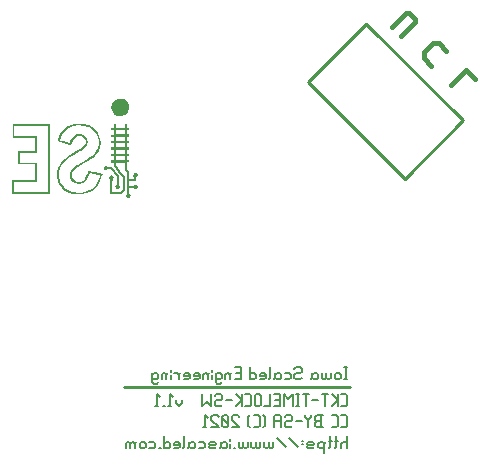
<source format=gbr>
G04 start of page 10 for group -4078 idx -4078 *
G04 Title: (unknown), bottomsilk *
G04 Creator: pcb 4.0.2 *
G04 CreationDate: Thu Apr 29 14:29:46 2021 UTC *
G04 For: petersen *
G04 Format: Gerber/RS-274X *
G04 PCB-Dimensions (mil): 2500.00 2500.00 *
G04 PCB-Coordinate-Origin: lower left *
%MOIN*%
%FSLAX25Y25*%
%LNBOTTOMSILK*%
%ADD63C,0.0070*%
%ADD62C,0.0100*%
%ADD61C,0.0150*%
%ADD60C,0.0001*%
G54D60*G36*
X85286Y138613D02*Y138548D01*
X85026Y138537D01*
X84760Y138597D01*
X84413Y138977D01*
X84380Y139492D01*
X84510Y139725D01*
X84689Y139894D01*
X84755Y139926D01*
Y146757D01*
X83843Y147907D01*
Y150245D01*
X81027D01*
Y149307D01*
X82433Y147527D01*
X83843Y145748D01*
Y141174D01*
X82487Y139818D01*
X79096D01*
Y144706D01*
X78998Y144776D01*
X78700Y145286D01*
X78857Y145851D01*
X79459Y146122D01*
X80035Y145813D01*
X80170Y145297D01*
X79926Y144831D01*
X79801Y144738D01*
X79796Y144576D01*
X79790Y144120D01*
Y143447D01*
X79785Y142623D01*
Y140501D01*
X82205D01*
X83181Y141478D01*
Y145487D01*
X81760Y147272D01*
X80344Y149062D01*
Y149654D01*
X80338Y150240D01*
X79427D01*
Y151026D01*
X80338D01*
Y152399D01*
X79427D01*
Y153159D01*
X80338D01*
Y154553D01*
X79427D01*
Y155312D01*
X80338D01*
Y156685D01*
X79427D01*
Y157445D01*
X80338D01*
Y158839D01*
X79427D01*
Y159598D01*
X80338D01*
Y160998D01*
X79427D01*
Y161758D01*
X80338D01*
Y163000D01*
X81027D01*
Y161758D01*
X83843D01*
Y163000D01*
X84500D01*
Y161758D01*
X85411D01*
Y160998D01*
X84510D01*
X83827Y161052D01*
X81038D01*
X81033Y160363D01*
X81022Y159669D01*
X82422D01*
X83105Y159674D01*
X83539Y159680D01*
X83762Y159691D01*
X83827Y159701D01*
X83838Y159919D01*
X83832Y160396D01*
X83827Y161052D01*
X84510Y160998D01*
Y159626D01*
X85411D01*
Y158866D01*
X84500D01*
X83843Y158909D01*
X81022D01*
X81033Y158220D01*
Y158204D01*
X81038Y157515D01*
X82422D01*
X83409Y157521D01*
X83821Y157531D01*
X83838Y157748D01*
X83843Y158231D01*
Y158909D01*
X84500Y158866D01*
X84510Y157488D01*
X85411D01*
Y156728D01*
X84500D01*
Y155356D01*
X83843Y155383D01*
Y156756D01*
X81027D01*
Y155383D01*
X83843D01*
X84500Y155356D01*
X85411D01*
Y154596D01*
X84510D01*
X83827Y154623D01*
X81027D01*
Y153240D01*
X82422D01*
X83105Y153245D01*
X83539Y153251D01*
X83762Y153262D01*
X83827Y153272D01*
X83838Y153490D01*
X83832Y153961D01*
X83827Y154623D01*
X84510Y154596D01*
Y153229D01*
X85411D01*
Y152470D01*
X84500D01*
Y151097D01*
X83843D01*
Y152470D01*
X81027D01*
Y151097D01*
X85411D01*
Y150310D01*
X84500D01*
Y148243D01*
X84972Y147652D01*
X85438Y147060D01*
Y144755D01*
X87087D01*
Y145531D01*
X86990Y145601D01*
X86751Y145910D01*
X86697Y146285D01*
X86816Y146605D01*
X87039Y146827D01*
X87332Y146930D01*
X87668Y146898D01*
X87956Y146719D01*
X88140Y146431D01*
X88151Y145997D01*
X88042Y145780D01*
X87874Y145601D01*
X87776Y145531D01*
X87771Y144804D01*
Y144071D01*
X85438D01*
Y142574D01*
X86105Y142579D01*
X86773D01*
X86838Y142677D01*
X87147Y142916D01*
X87527Y142970D01*
X87842Y142850D01*
X88059Y142628D01*
X88167Y142335D01*
X88140Y142004D01*
X87956Y141711D01*
X87657Y141521D01*
X87229D01*
X86876Y141744D01*
X86784Y141868D01*
X86588Y141885D01*
X86111Y141890D01*
X85438D01*
Y140008D01*
X85568Y139894D01*
X85764Y139644D01*
X85818Y139329D01*
X85682Y138884D01*
X85286Y138613D01*
G37*
G36*
X69444Y139633D02*Y139639D01*
X68072Y139644D01*
X66694Y139818D01*
X65229Y140263D01*
X63959Y140941D01*
X62917Y141852D01*
X62120Y142970D01*
X61610Y144234D01*
X61355Y145634D01*
X61361Y147066D01*
X61637Y148438D01*
X62125Y149578D01*
X62852Y150630D01*
X63818Y151618D01*
X65044Y152546D01*
X65522Y152855D01*
X66081Y153186D01*
X66764Y153571D01*
X67632Y154043D01*
X68403Y154466D01*
X68978Y154792D01*
X69417Y155068D01*
X69770Y155312D01*
X70497Y155980D01*
X70844Y156631D01*
X70882Y157043D01*
X70844Y157526D01*
X70660Y158123D01*
X70323Y158584D01*
X69466Y159056D01*
X68815Y159105D01*
X68180Y159040D01*
X67231Y158508D01*
X66471Y157439D01*
X66211Y156864D01*
X65983Y156262D01*
X65907Y156061D01*
X65728Y156105D01*
X65250Y156235D01*
X64545Y156436D01*
X63682Y156680D01*
X61480Y157320D01*
X61540Y157575D01*
X62033Y159078D01*
X62760Y160380D01*
X63699Y161465D01*
X64838Y162311D01*
X65977Y162837D01*
X67252Y163163D01*
X68636Y163288D01*
X70095Y163206D01*
X71967Y162767D01*
X73497Y161942D01*
X74658Y160759D01*
X75418Y159235D01*
X75711Y158036D01*
X75803Y156750D01*
X75673Y155437D01*
X75255Y154254D01*
X74718Y153370D01*
X73969Y152529D01*
X73312Y151949D01*
X72537Y151384D01*
X71522Y150755D01*
X70144Y149979D01*
X69450Y149600D01*
X68934Y149307D01*
X68527Y149062D01*
X68164Y148829D01*
X66905Y147782D01*
X66308Y146713D01*
X65706Y146887D01*
X66390Y148151D01*
X67822Y149361D01*
X68196Y149600D01*
X68620Y149855D01*
X69162Y150164D01*
X69889Y150565D01*
X70974Y151173D01*
X71777Y151650D01*
X72407Y152063D01*
X72949Y152470D01*
X73812Y153262D01*
X74452Y154103D01*
X74891Y155009D01*
X75130Y155991D01*
X75168Y156701D01*
X75141Y157477D01*
X74940Y158627D01*
X74571Y159653D01*
X74029Y160537D01*
X73329Y161264D01*
X71929Y162100D01*
X70182Y162561D01*
X68261Y162647D01*
X66504Y162344D01*
X65250Y161817D01*
X64176Y161042D01*
X63286Y160038D01*
X62608Y158823D01*
X62489Y158508D01*
X62364Y158166D01*
X62277Y157889D01*
X62250Y157765D01*
X62391Y157721D01*
X62749Y157618D01*
X63248Y157466D01*
X63824Y157298D01*
X64410Y157130D01*
X64920Y156978D01*
X65299Y156875D01*
X65462Y156826D01*
X65522Y156870D01*
X65608Y157070D01*
X66102Y158090D01*
X66677Y158855D01*
X67345Y159381D01*
X68115Y159674D01*
X68690Y159740D01*
X69271Y159723D01*
X70226Y159441D01*
X70931Y158877D01*
X71365Y158063D01*
X71511Y157021D01*
X71343Y156153D01*
X70795Y155367D01*
X70366Y154965D01*
X69813Y154564D01*
X69021Y154086D01*
X67876Y153451D01*
X66384Y152621D01*
X65310Y151960D01*
X64502Y151363D01*
X63802Y150717D01*
X63118Y149936D01*
X62597Y149117D01*
X62239Y148227D01*
X62012Y147240D01*
X61963Y146306D01*
X62012Y145351D01*
X62169Y144565D01*
X62397Y143870D01*
X62863Y142964D01*
X63466Y142183D01*
X64220Y141527D01*
X65120Y140995D01*
X66281Y140561D01*
X67611Y140306D01*
X68034Y140273D01*
X68582Y140257D01*
X69130D01*
X69526Y140268D01*
X71397Y140686D01*
X72971Y141554D01*
X74257Y142883D01*
X75255Y144662D01*
X75380Y144988D01*
X75526Y145395D01*
X75651Y145764D01*
X75700Y145948D01*
Y145981D01*
X75537Y146030D01*
X75000Y146149D01*
X73850Y146393D01*
X73220Y146529D01*
X72694Y146643D01*
X72336Y146719D01*
X72184Y146746D01*
X72135Y146730D01*
X72086Y146561D01*
X71940Y146057D01*
X71739Y145531D01*
X70947Y144288D01*
X69878Y143463D01*
X68549Y143160D01*
X67513Y143328D01*
X66656Y143789D01*
X66026Y144521D01*
X65668Y145471D01*
X65706Y146887D01*
X66308Y146713D01*
X66254Y146116D01*
X66308Y145487D01*
X66867Y144451D01*
X67887Y143865D01*
X68142Y143822D01*
X68533Y143805D01*
X68929Y143822D01*
X69167Y143865D01*
X69938Y144228D01*
X70584Y144836D01*
X71099Y145661D01*
X71462Y146686D01*
X71544Y147022D01*
X71593Y147272D01*
X71647Y147484D01*
X71848Y147451D01*
X72374Y147348D01*
X73150Y147185D01*
X74083Y146985D01*
X76503Y146469D01*
X76405Y146100D01*
X75759Y144245D01*
X74897Y142682D01*
X73953Y141575D01*
X72846Y140697D01*
X71262Y139975D01*
X69444Y139633D01*
G37*
G36*
X58859Y151439D02*Y139926D01*
X46175D01*
Y144364D01*
X53939D01*
X53933Y146995D01*
X53922Y149627D01*
X48258D01*
Y154037D01*
X53939D01*
Y158557D01*
X46479D01*
Y162968D01*
X58859D01*
Y151439D01*
X58219Y151444D01*
X58208Y162344D01*
X47113D01*
Y159175D01*
X54573D01*
Y153392D01*
X48888D01*
Y150223D01*
X54573D01*
Y143702D01*
X46799D01*
Y140545D01*
X58225D01*
X58219Y151444D01*
X58859Y151439D01*
G37*
G36*
X81722Y141527D02*Y141521D01*
X81179Y141554D01*
X80794Y141928D01*
X80762Y142427D01*
X81022Y142823D01*
X81125Y142894D01*
Y145791D01*
X80214Y146947D01*
X79297Y148102D01*
X78309D01*
X78184Y147966D01*
X77626Y147717D01*
X77240Y147831D01*
X76964Y148118D01*
X76899Y148390D01*
X76915Y148672D01*
X77051Y148916D01*
X77273Y149106D01*
X77425Y149176D01*
X77626Y149182D01*
X77832Y149171D01*
X77984Y149106D01*
X78212Y148911D01*
X78298Y148791D01*
X79628D01*
X80718Y147408D01*
X81814Y146030D01*
Y144456D01*
X81819Y143344D01*
X81830Y142883D01*
X81961Y142791D01*
X82188Y142438D01*
X82183Y142004D01*
X82004Y141716D01*
X81722Y141527D01*
G37*
G36*
X82888Y165686D02*X82449Y165664D01*
X81998Y165686D01*
X81347Y165859D01*
X80745Y166179D01*
X80230Y166624D01*
X79823Y167172D01*
X79557Y167845D01*
X79449Y168572D01*
X79519Y169299D01*
X79752Y169983D01*
X80176Y170601D01*
X80729Y171106D01*
X81673Y171533D01*
X82682Y171620D01*
X83653Y171377D01*
X84500Y170802D01*
X85020Y170151D01*
X85330Y169386D01*
X85411Y168767D01*
X85373Y168127D01*
X85086Y167264D01*
X84538Y166532D01*
X83773Y165973D01*
X82888Y165686D01*
G37*
G54D61*X192500Y176000D02*X197500Y181000D01*
X200500Y178000D01*
X173000Y195500D02*X177500Y200000D01*
X178500D02*X180500Y198000D01*
Y197000D02*X176000Y192500D01*
X178500Y200000D02*X177500D01*
X180500Y198000D02*Y197000D01*
G54D62*X159000Y75500D02*X83500D01*
G54D61*X186000Y182500D02*X183500Y185000D01*
Y187000D02*X186500Y190000D01*
X188500D02*X191000Y187500D01*
X183500Y185000D02*Y187000D01*
X186500Y190000D02*X188500D01*
G54D63*X156000Y69000D02*X157500D01*
X158000Y69500D02*X157500Y69000D01*
X158000Y69500D02*Y72500D01*
X157500Y73000D01*
X156000D02*X157500D01*
X154800Y69000D02*Y73000D01*
Y71000D02*X152800Y73000D01*
X154800Y71000D02*X152800Y69000D01*
X149600Y73000D02*X151600D01*
X150600Y69000D02*Y73000D01*
X146400Y71000D02*X148400D01*
X143200Y73000D02*X145200D01*
X144200Y69000D02*Y73000D01*
X141000D02*X142000D01*
X141500Y69000D02*Y73000D01*
X141000Y69000D02*X142000D01*
X139800D02*Y73000D01*
X138300Y71500D01*
X136800Y73000D01*
Y69000D02*Y73000D01*
X134100Y71000D02*X135600D01*
X133600Y69000D02*X135600D01*
Y73000D01*
X133600D02*X135600D01*
X132400Y69000D02*Y73000D01*
X130400Y69000D02*X132400D01*
X129200Y69500D02*Y72500D01*
X128700Y73000D01*
X127700D02*X128700D01*
X127700D02*X127200Y72500D01*
Y69500D02*Y72500D01*
X127700Y69000D02*X127200Y69500D01*
X127700Y69000D02*X128700D01*
X129200Y69500D02*X128700Y69000D01*
X124000D02*X125500D01*
X126000Y69500D02*X125500Y69000D01*
X126000Y69500D02*Y72500D01*
X125500Y73000D01*
X124000D02*X125500D01*
X122800Y69000D02*Y73000D01*
Y71000D02*X120800Y73000D01*
X122800Y71000D02*X120800Y69000D01*
X117600Y71000D02*X119600D01*
X114400Y73000D02*X113900Y72500D01*
X114400Y73000D02*X115900D01*
X116400Y72500D02*X115900Y73000D01*
X116400Y71500D02*Y72500D01*
Y71500D02*X115900Y71000D01*
X114400D02*X115900D01*
X114400D02*X113900Y70500D01*
Y69500D02*Y70500D01*
X114400Y69000D02*X113900Y69500D01*
X114400Y69000D02*X115900D01*
X116400Y69500D02*X115900Y69000D01*
X112700D02*Y73000D01*
Y69000D02*X111200Y70500D01*
X109700Y69000D01*
Y73000D01*
X103100Y70000D02*Y71000D01*
Y70000D02*X102100Y69000D01*
X101100Y70000D01*
Y71000D01*
X98400Y69000D02*X99400D01*
X98900D02*Y73000D01*
X99900Y72000D02*X98900Y73000D01*
X96700Y69000D02*X97200D01*
X94000D02*X95000D01*
X94500D02*Y73000D01*
X95500Y72000D02*X94500Y73000D01*
X157000Y82000D02*X158000D01*
X157500Y78000D02*Y82000D01*
X157000Y78000D02*X158000D01*
X155800Y78500D02*Y79500D01*
X155300Y80000D01*
X154300D02*X155300D01*
X154300D02*X153800Y79500D01*
Y78500D02*Y79500D01*
X154300Y78000D02*X153800Y78500D01*
X154300Y78000D02*X155300D01*
X155800Y78500D02*X155300Y78000D01*
X152600Y78500D02*Y80000D01*
Y78500D02*X152100Y78000D01*
X151600D02*X152100D01*
X151600D02*X151100Y78500D01*
Y80000D01*
Y78500D02*X150600Y78000D01*
X150100D02*X150600D01*
X150100D02*X149600Y78500D01*
Y80000D01*
X146900D02*X146400Y79500D01*
X146900Y80000D02*X147900D01*
X148400Y79500D02*X147900Y80000D01*
X148400Y78500D02*Y79500D01*
Y78500D02*X147900Y78000D01*
X146400Y78500D02*Y80000D01*
Y78500D02*X145900Y78000D01*
X146900D02*X147900D01*
X146900D02*X146400Y78500D01*
X140900Y82000D02*X140400Y81500D01*
X140900Y82000D02*X142400D01*
X142900Y81500D02*X142400Y82000D01*
X142900Y80500D02*Y81500D01*
Y80500D02*X142400Y80000D01*
X140900D02*X142400D01*
X140900D02*X140400Y79500D01*
Y78500D02*Y79500D01*
X140900Y78000D02*X140400Y78500D01*
X140900Y78000D02*X142400D01*
X142900Y78500D02*X142400Y78000D01*
X137200Y80000D02*X138700D01*
X139200Y79500D02*X138700Y80000D01*
X139200Y78500D02*Y79500D01*
Y78500D02*X138700Y78000D01*
X137200D02*X138700D01*
X134500Y80000D02*X134000Y79500D01*
X134500Y80000D02*X135500D01*
X136000Y79500D02*X135500Y80000D01*
X136000Y78500D02*Y79500D01*
Y78500D02*X135500Y78000D01*
X134000Y78500D02*Y80000D01*
Y78500D02*X133500Y78000D01*
X134500D02*X135500D01*
X134500D02*X134000Y78500D01*
X132300D02*Y82000D01*
Y78500D02*X131800Y78000D01*
X128800D02*X130300D01*
X130800Y78500D02*X130300Y78000D01*
X130800Y78500D02*Y79500D01*
X130300Y80000D01*
X129300D02*X130300D01*
X129300D02*X128800Y79500D01*
Y79000D02*X130800D01*
X128800D02*Y79500D01*
X125600Y78000D02*Y82000D01*
X126100Y78000D02*X125600Y78500D01*
X126100Y78000D02*X127100D01*
X127600Y78500D02*X127100Y78000D01*
X127600Y78500D02*Y79500D01*
X127100Y80000D01*
X126100D02*X127100D01*
X126100D02*X125600Y79500D01*
X121100Y80000D02*X122600D01*
X120600Y78000D02*X122600D01*
Y82000D01*
X120600D02*X122600D01*
X118900Y78000D02*Y79500D01*
X118400Y80000D01*
X117900D02*X118400D01*
X117900D02*X117400Y79500D01*
Y78000D02*Y79500D01*
X119400Y80000D02*X118900Y79500D01*
X114700Y80000D02*X114200Y79500D01*
X114700Y80000D02*X115700D01*
X116200Y79500D02*X115700Y80000D01*
X116200Y78500D02*Y79500D01*
Y78500D02*X115700Y78000D01*
X114700D02*X115700D01*
X114700D02*X114200Y78500D01*
X116200Y77000D02*X115700Y76500D01*
X114700D02*X115700D01*
X114700D02*X114200Y77000D01*
Y80000D01*
X113000Y80500D02*Y81000D01*
Y78000D02*Y79500D01*
X111500Y78000D02*Y79500D01*
X111000Y80000D01*
X110500D02*X111000D01*
X110500D02*X110000Y79500D01*
Y78000D02*Y79500D01*
X112000Y80000D02*X111500Y79500D01*
X106800Y78000D02*X108300D01*
X108800Y78500D02*X108300Y78000D01*
X108800Y78500D02*Y79500D01*
X108300Y80000D01*
X107300D02*X108300D01*
X107300D02*X106800Y79500D01*
Y79000D02*X108800D01*
X106800D02*Y79500D01*
X103600Y78000D02*X105100D01*
X105600Y78500D02*X105100Y78000D01*
X105600Y78500D02*Y79500D01*
X105100Y80000D01*
X104100D02*X105100D01*
X104100D02*X103600Y79500D01*
Y79000D02*X105600D01*
X103600D02*Y79500D01*
X101900Y78000D02*Y79500D01*
X101400Y80000D01*
X100400D02*X101400D01*
X102400D02*X101900Y79500D01*
X99200Y80500D02*Y81000D01*
Y78000D02*Y79500D01*
X97700Y78000D02*Y79500D01*
X97200Y80000D01*
X96700D02*X97200D01*
X96700D02*X96200Y79500D01*
Y78000D02*Y79500D01*
X98200Y80000D02*X97700Y79500D01*
X93500Y80000D02*X93000Y79500D01*
X93500Y80000D02*X94500D01*
X95000Y79500D02*X94500Y80000D01*
X95000Y78500D02*Y79500D01*
Y78500D02*X94500Y78000D01*
X93500D02*X94500D01*
X93500D02*X93000Y78500D01*
X95000Y77000D02*X94500Y76500D01*
X93500D02*X94500D01*
X93500D02*X93000Y77000D01*
Y80000D01*
X156000Y62000D02*X157500D01*
X158000Y62500D02*X157500Y62000D01*
X158000Y62500D02*Y65500D01*
X157500Y66000D01*
X156000D02*X157500D01*
X152800Y62000D02*X154300D01*
X154800Y62500D02*X154300Y62000D01*
X154800Y62500D02*Y65500D01*
X154300Y66000D01*
X152800D02*X154300D01*
X147800Y62000D02*X149800D01*
X147800D02*X147300Y62500D01*
Y63500D01*
X147800Y64000D02*X147300Y63500D01*
X147800Y64000D02*X149300D01*
Y62000D02*Y66000D01*
X147800D02*X149800D01*
X147800D02*X147300Y65500D01*
Y64500D02*Y65500D01*
X147800Y64000D02*X147300Y64500D01*
X146100Y65500D02*Y66000D01*
Y65500D02*X145100Y64500D01*
X144100Y65500D01*
Y66000D01*
X145100Y62000D02*Y64500D01*
X140900Y64000D02*X142900D01*
X137700Y66000D02*X137200Y65500D01*
X137700Y66000D02*X139200D01*
X139700Y65500D02*X139200Y66000D01*
X139700Y64500D02*Y65500D01*
Y64500D02*X139200Y64000D01*
X137700D02*X139200D01*
X137700D02*X137200Y63500D01*
Y62500D02*Y63500D01*
X137700Y62000D02*X137200Y62500D01*
X137700Y62000D02*X139200D01*
X139700Y62500D02*X139200Y62000D01*
X136000D02*Y65500D01*
X135500Y66000D01*
X134000D02*X135500D01*
X134000D02*X133500Y65500D01*
Y62000D02*Y65500D01*
Y64000D02*X136000D01*
X130500Y62500D02*X130000Y62000D01*
X130500Y65500D02*X130000Y66000D01*
X130500Y62500D02*Y65500D01*
X126800Y62000D02*X128300D01*
X128800Y62500D02*X128300Y62000D01*
X128800Y62500D02*Y65500D01*
X128300Y66000D01*
X126800D02*X128300D01*
X125600D02*X125100Y65500D01*
Y62500D02*Y65500D01*
X125600Y62000D02*X125100Y62500D01*
X122100Y65500D02*X121600Y66000D01*
X120100D02*X121600D01*
X120100D02*X119600Y65500D01*
Y64500D02*Y65500D01*
X122100Y62000D02*X119600Y64500D01*
Y62000D02*X122100D01*
X118400Y62500D02*X117900Y62000D01*
X118400Y62500D02*Y65500D01*
X117900Y66000D01*
X116900D02*X117900D01*
X116900D02*X116400Y65500D01*
Y62500D02*Y65500D01*
X116900Y62000D02*X116400Y62500D01*
X116900Y62000D02*X117900D01*
X118400Y63000D02*X116400Y65000D01*
X115200Y65500D02*X114700Y66000D01*
X113200D02*X114700D01*
X113200D02*X112700Y65500D01*
Y64500D02*Y65500D01*
X115200Y62000D02*X112700Y64500D01*
Y62000D02*X115200D01*
X110000D02*X111000D01*
X110500D02*Y66000D01*
X111500Y65000D02*X110500Y66000D01*
X158000Y55000D02*Y59000D01*
Y56500D02*X157500Y57000D01*
X156500D02*X157500D01*
X156500D02*X156000Y56500D01*
Y55000D02*Y56500D01*
X154300Y55500D02*Y59000D01*
Y55500D02*X153800Y55000D01*
Y57500D02*X154800D01*
X152300Y55500D02*Y59000D01*
Y55500D02*X151800Y55000D01*
Y57500D02*X152800D01*
X150300Y53500D02*Y56500D01*
X150800Y57000D02*X150300Y56500D01*
X149800Y57000D01*
X148800D02*X149800D01*
X148800D02*X148300Y56500D01*
Y55500D02*Y56500D01*
X148800Y55000D02*X148300Y55500D01*
X148800Y55000D02*X149800D01*
X150300Y55500D02*X149800Y55000D01*
X145100D02*X146600D01*
X145100D02*X144600Y55500D01*
X145100Y56000D02*X144600Y55500D01*
X145100Y56000D02*X146600D01*
X147100Y56500D02*X146600Y56000D01*
X147100Y56500D02*X146600Y57000D01*
X145100D02*X146600D01*
X145100D02*X144600Y56500D01*
X147100Y55500D02*X146600Y55000D01*
X142900Y57500D02*X143400D01*
X142900Y56500D02*X143400D01*
X141700Y55500D02*X138700Y58500D01*
X137500Y55500D02*X134500Y58500D01*
X133300Y55500D02*Y57000D01*
Y55500D02*X132800Y55000D01*
X132300D02*X132800D01*
X132300D02*X131800Y55500D01*
Y57000D01*
Y55500D02*X131300Y55000D01*
X130800D02*X131300D01*
X130800D02*X130300Y55500D01*
Y57000D01*
X129100Y55500D02*Y57000D01*
Y55500D02*X128600Y55000D01*
X128100D02*X128600D01*
X128100D02*X127600Y55500D01*
Y57000D01*
Y55500D02*X127100Y55000D01*
X126600D02*X127100D01*
X126600D02*X126100Y55500D01*
Y57000D01*
X124900Y55500D02*Y57000D01*
Y55500D02*X124400Y55000D01*
X123900D02*X124400D01*
X123900D02*X123400Y55500D01*
Y57000D01*
Y55500D02*X122900Y55000D01*
X122400D02*X122900D01*
X122400D02*X121900Y55500D01*
Y57000D01*
X120200Y55000D02*X120700D01*
X119000Y57500D02*Y58000D01*
Y55000D02*Y56500D01*
X116500Y57000D02*X116000Y56500D01*
X116500Y57000D02*X117500D01*
X118000Y56500D02*X117500Y57000D01*
X118000Y55500D02*Y56500D01*
Y55500D02*X117500Y55000D01*
X116000Y55500D02*Y57000D01*
Y55500D02*X115500Y55000D01*
X116500D02*X117500D01*
X116500D02*X116000Y55500D01*
X112300Y55000D02*X113800D01*
X112300D02*X111800Y55500D01*
X112300Y56000D02*X111800Y55500D01*
X112300Y56000D02*X113800D01*
X114300Y56500D02*X113800Y56000D01*
X114300Y56500D02*X113800Y57000D01*
X112300D02*X113800D01*
X112300D02*X111800Y56500D01*
X114300Y55500D02*X113800Y55000D01*
X108600Y57000D02*X110100D01*
X110600Y56500D02*X110100Y57000D01*
X110600Y55500D02*Y56500D01*
Y55500D02*X110100Y55000D01*
X108600D02*X110100D01*
X105900Y57000D02*X105400Y56500D01*
X105900Y57000D02*X106900D01*
X107400Y56500D02*X106900Y57000D01*
X107400Y55500D02*Y56500D01*
Y55500D02*X106900Y55000D01*
X105400Y55500D02*Y57000D01*
Y55500D02*X104900Y55000D01*
X105900D02*X106900D01*
X105900D02*X105400Y55500D01*
X103700D02*Y59000D01*
Y55500D02*X103200Y55000D01*
X100200D02*X101700D01*
X102200Y55500D02*X101700Y55000D01*
X102200Y55500D02*Y56500D01*
X101700Y57000D01*
X100700D02*X101700D01*
X100700D02*X100200Y56500D01*
Y56000D02*X102200D01*
X100200D02*Y56500D01*
X97000Y55000D02*Y59000D01*
X97500Y55000D02*X97000Y55500D01*
X97500Y55000D02*X98500D01*
X99000Y55500D02*X98500Y55000D01*
X99000Y55500D02*Y56500D01*
X98500Y57000D01*
X97500D02*X98500D01*
X97500D02*X97000Y56500D01*
X95300Y55000D02*X95800D01*
X92100Y57000D02*X93600D01*
X94100Y56500D02*X93600Y57000D01*
X94100Y55500D02*Y56500D01*
Y55500D02*X93600Y55000D01*
X92100D02*X93600D01*
X90900Y55500D02*Y56500D01*
X90400Y57000D01*
X89400D02*X90400D01*
X89400D02*X88900Y56500D01*
Y55500D02*Y56500D01*
X89400Y55000D02*X88900Y55500D01*
X89400Y55000D02*X90400D01*
X90900Y55500D02*X90400Y55000D01*
X87200D02*Y56500D01*
X86700Y57000D01*
X86200D02*X86700D01*
X86200D02*X85700Y56500D01*
Y55000D02*Y56500D01*
X85200Y57000D01*
X84700D02*X85200D01*
X84700D02*X84200Y56500D01*
Y55000D02*Y56500D01*
X87700Y57000D02*X87200Y56500D01*
G54D62*X177125Y144831D02*X144832Y177124D01*
X164319Y196611D01*
X196612Y164319D01*
X177125Y144831D01*
M02*

</source>
